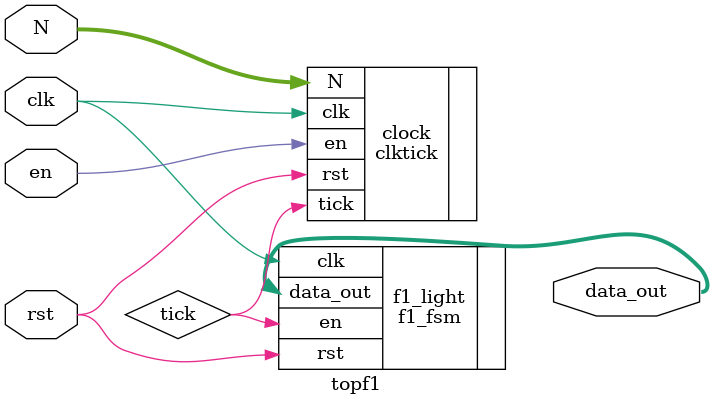
<source format=sv>
module topf1 #(
  parameter WIDTH = 16
)
(
    input logic clk,
    input logic rst,
    input logic en,
    input  logic [WIDTH-1:0] N,
    output logic [7:0] data_out
);

logic  		       tick;

clktick clock(
  // interface signals
  .clk(clk),      // clock 
  .rst(rst),      // reset
  .en(en),       // enable signal
  .N(N),     	 // clock divided by N+1
  .tick(tick)      // tick output
);

f1_fsm f1_light(
    .clk(clk),
    .rst(rst),
    .en(tick),
    .data_out(data_out)
);

endmodule

</source>
